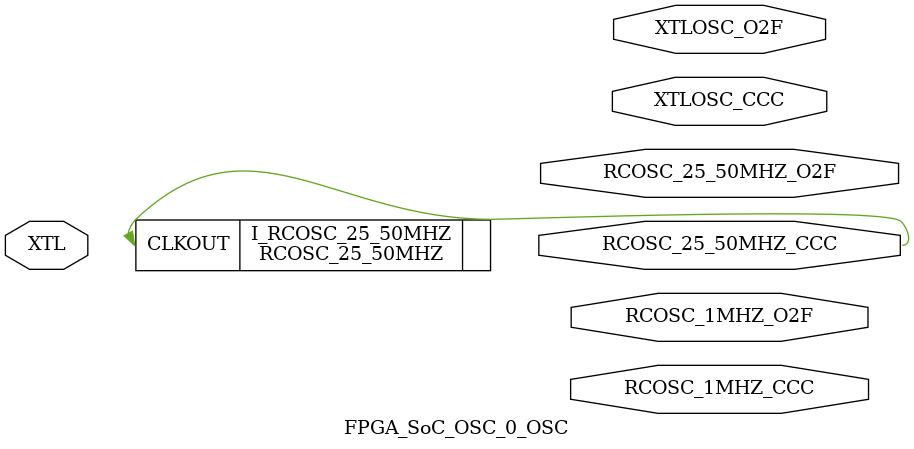
<source format=v>
`timescale 1 ns/100 ps


module FPGA_SoC_OSC_0_OSC(
       XTL,
       RCOSC_25_50MHZ_CCC,
       RCOSC_25_50MHZ_O2F,
       RCOSC_1MHZ_CCC,
       RCOSC_1MHZ_O2F,
       XTLOSC_CCC,
       XTLOSC_O2F
    );
input  XTL;
output RCOSC_25_50MHZ_CCC;
output RCOSC_25_50MHZ_O2F;
output RCOSC_1MHZ_CCC;
output RCOSC_1MHZ_O2F;
output XTLOSC_CCC;
output XTLOSC_O2F;

    
    RCOSC_25_50MHZ #( .FREQUENCY(50.0) )  I_RCOSC_25_50MHZ (.CLKOUT(
        RCOSC_25_50MHZ_CCC));
    
endmodule

</source>
